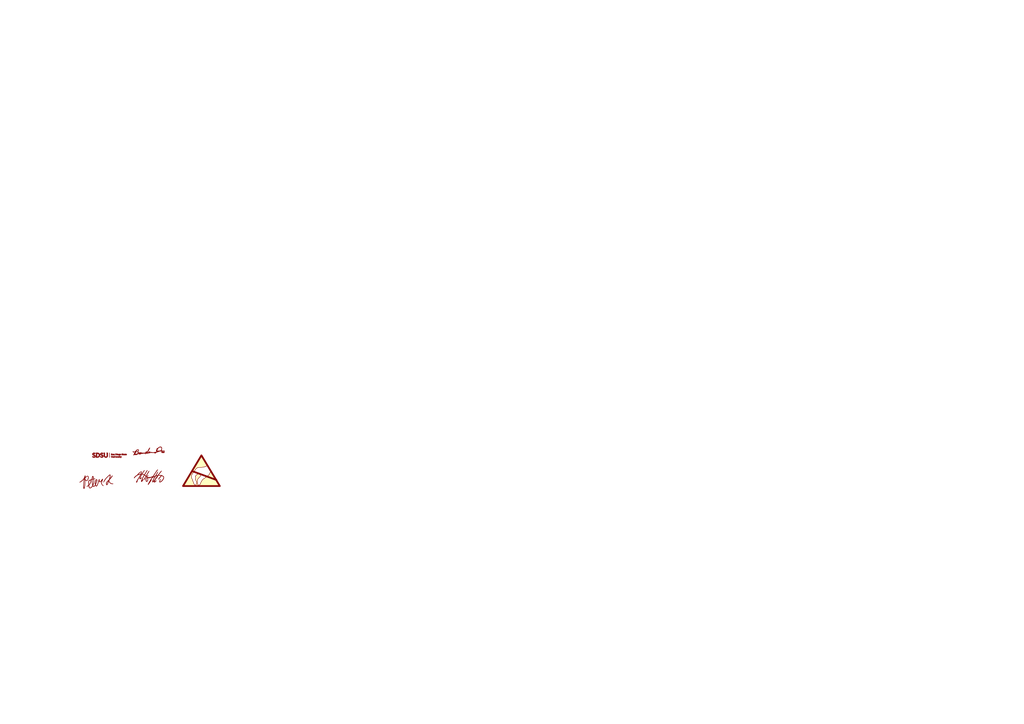
<source format=kicad_sch>
(kicad_sch (version 20230121) (generator eeschema)
  (paper "A4")
  (lib_symbols
    (symbol "Graphic:SYM_ESD_Large" (in_bom no) (on_board no))
    (symbol "brendan_sym:LOGO" (pin_names (offset 1.016)))
    (symbol "ken_sym:LOGO" (pin_names (offset 1.016)))
    (symbol "peter_sym:LOGO" (pin_names (offset 1.016)))
    (symbol "sdsu_sym:LOGO" (pin_names (offset 1.016)))
  )
  (symbol (lib_id "brendan_sym:LOGO") (at 43.18 130.81 0) (unit 1)
    (property "Reference" "#G1" (effects hide))
    (property "Value" "LOGO" (effects hide))
    (property "Footprint" "Mechatronic Footprints:brendan_sym" (effects hide))
  )
  (symbol (lib_id "Graphic:SYM_ESD_Large") (at 58.42 135.89 0) (unit 1) (in_bom no)
    (property "Reference" "#SYM1" (effects hide))
    (property "Value" "SYM_ESD_Large" (effects hide))
    (property "Footprint" "Symbol:ESD-Logo_13.2x12mm_SilkScreen" (effects hide))
    (property "Sim.Enable" "0" (effects hide))
  )
  (symbol (lib_id "sdsu_sym:LOGO") (at 31.75 132.08 0) (unit 1)
    (property "Reference" "#G4" (effects hide))
    (property "Value" "LOGO" (effects hide))
    (property "Footprint" "Mechatronic Footprints:sdsu_logo" (effects hide))
  )
  (symbol (lib_id "ken_sym:LOGO") (at 43.18 138.43 0) (unit 1)
    (property "Reference" "#G2" (effects hide))
    (property "Value" "LOGO" (effects hide))
    (property "Footprint" "Mechatronic Footprints:ken_sym" (effects hide))
  )
  (symbol (lib_id "peter_sym:LOGO") (at 27.94 139.7 0) (unit 1)
    (property "Reference" "#G3" (effects hide))
    (property "Value" "LOGO" (effects hide))
    (property "Footprint" "Mechatronic Footprints:peter_sym" (effects hide))
  )
)
</source>
